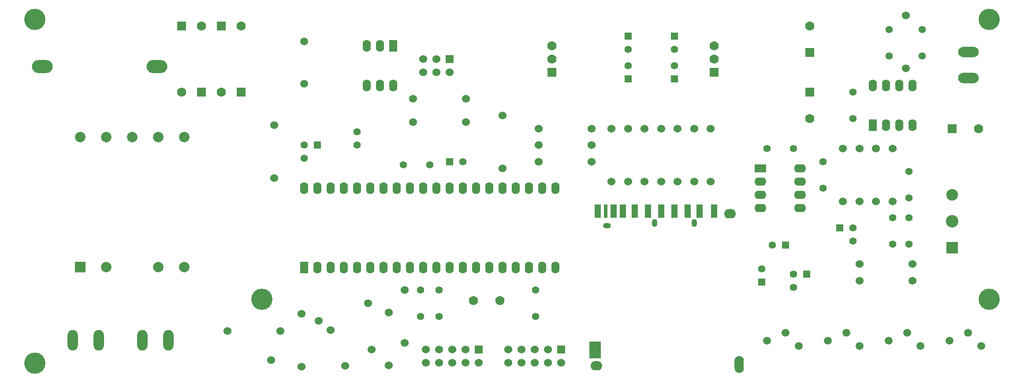
<source format=gbr>
G04 (created by PCBNEW (2013-june-11)-stable) date St 26. únor 2014, 21:47:00 CET*
%MOIN*%
G04 Gerber Fmt 3.4, Leading zero omitted, Abs format*
%FSLAX34Y34*%
G01*
G70*
G90*
G04 APERTURE LIST*
%ADD10C,0.00590551*%
%ADD11R,0.055X0.055*%
%ADD12C,0.055*%
%ADD13C,0.06*%
%ADD14O,0.1575X0.0984*%
%ADD15R,0.09X0.062*%
%ADD16O,0.09X0.062*%
%ADD17R,0.062X0.09*%
%ADD18O,0.062X0.09*%
%ADD19C,0.07*%
%ADD20R,0.07X0.07*%
%ADD21C,0.0943*%
%ADD22R,0.0882X0.0882*%
%ADD23C,0.0882*%
%ADD24C,0.0590551*%
%ADD25R,0.0787402X0.0787402*%
%ADD26C,0.0787402*%
%ADD27R,0.06X0.06*%
%ADD28O,0.156X0.078*%
%ADD29O,0.078X0.156*%
%ADD30R,0.05X0.1*%
%ADD31R,0.03X0.1*%
%ADD32O,0.06X0.04*%
%ADD33O,0.04X0.06*%
%ADD34O,0.09X0.07*%
%ADD35O,0.07X0.13*%
%ADD36R,0.085X0.13*%
%ADD37C,0.16*%
G04 APERTURE END LIST*
G54D10*
G54D11*
X22500Y17750D03*
G54D12*
X21500Y17750D03*
X21500Y16750D03*
G54D11*
X62000Y11500D03*
G54D12*
X63000Y11500D03*
X63000Y10500D03*
G54D13*
X29750Y19500D03*
X33750Y19500D03*
X29100Y2800D03*
X29100Y6800D03*
X21300Y5000D03*
X21300Y1000D03*
X19250Y19250D03*
X19250Y15250D03*
X46000Y15000D03*
X46000Y19000D03*
X43250Y16500D03*
X39250Y16500D03*
X43250Y17750D03*
X39250Y17750D03*
X43250Y19000D03*
X39250Y19000D03*
X51000Y15000D03*
X51000Y19000D03*
X49750Y15000D03*
X49750Y19000D03*
X47250Y15000D03*
X47250Y19000D03*
X44750Y19000D03*
X44750Y15000D03*
X48500Y15000D03*
X48500Y19000D03*
X52250Y19000D03*
X52250Y15000D03*
X67000Y23550D03*
X67000Y27550D03*
X66000Y13500D03*
X66000Y17500D03*
X62250Y13500D03*
X62250Y17500D03*
X63500Y8750D03*
X67500Y8750D03*
X63500Y7500D03*
X67500Y7500D03*
X33750Y21250D03*
X29750Y21250D03*
X63500Y17500D03*
X63500Y13500D03*
X36500Y16000D03*
X36500Y20000D03*
X64750Y13500D03*
X64750Y17500D03*
G54D14*
X10381Y23700D03*
X1719Y23700D03*
G54D15*
X56000Y16000D03*
G54D16*
X56000Y15000D03*
X56000Y14000D03*
X56000Y13000D03*
X59000Y13000D03*
X59000Y14000D03*
X59000Y15000D03*
X59000Y16000D03*
G54D17*
X64500Y19250D03*
G54D18*
X65500Y19250D03*
X66500Y19250D03*
X67500Y19250D03*
X67500Y22250D03*
X66500Y22250D03*
X65500Y22250D03*
X64500Y22250D03*
G54D17*
X21500Y8500D03*
G54D18*
X22500Y8500D03*
X23500Y8500D03*
X24500Y8500D03*
X25500Y8500D03*
X26500Y8500D03*
X27500Y8500D03*
X28500Y8500D03*
X29500Y8500D03*
X30500Y8500D03*
X31500Y8500D03*
X32500Y8500D03*
X33500Y8500D03*
X34500Y8500D03*
X35500Y8500D03*
X36500Y8500D03*
X37500Y8500D03*
X38500Y8500D03*
X39500Y8500D03*
X40500Y8500D03*
X40500Y14500D03*
X39500Y14500D03*
X38500Y14500D03*
X37500Y14500D03*
X36500Y14500D03*
X35500Y14500D03*
X34500Y14500D03*
X33500Y14500D03*
X32500Y14500D03*
X31500Y14500D03*
X30500Y14500D03*
X29500Y14500D03*
X28500Y14500D03*
X27500Y14500D03*
X26500Y14500D03*
X25500Y14500D03*
X24500Y14500D03*
X23500Y14500D03*
X22500Y14500D03*
X21500Y14500D03*
G54D19*
X16750Y26750D03*
G54D20*
X16750Y21750D03*
G54D19*
X15250Y21750D03*
G54D20*
X15250Y26750D03*
G54D19*
X12250Y21750D03*
G54D20*
X12250Y26750D03*
G54D19*
X13750Y26750D03*
G54D20*
X13750Y21750D03*
X59750Y21750D03*
G54D19*
X59750Y19750D03*
G54D20*
X70500Y19000D03*
G54D19*
X72500Y19000D03*
G54D20*
X59750Y24750D03*
G54D19*
X59750Y26750D03*
G54D12*
X66000Y10250D03*
X66000Y12250D03*
X63000Y21750D03*
X63000Y19750D03*
X68250Y24500D03*
X68250Y26500D03*
X67250Y13750D03*
X67250Y15750D03*
X67250Y10250D03*
X67250Y12250D03*
X39000Y6800D03*
X39000Y4800D03*
X31700Y6800D03*
X31700Y4800D03*
X30300Y4800D03*
X30300Y6800D03*
X31000Y16250D03*
X29000Y16250D03*
G54D11*
X57900Y10200D03*
G54D12*
X56900Y10200D03*
G54D11*
X56100Y7400D03*
G54D12*
X56100Y8400D03*
G54D11*
X46000Y22750D03*
G54D12*
X46000Y23750D03*
G54D11*
X46000Y26000D03*
G54D12*
X46000Y25000D03*
X60750Y14500D03*
X60750Y16500D03*
G54D21*
X70500Y12000D03*
G54D22*
X70500Y10000D03*
G54D23*
X70500Y14000D03*
G54D12*
X65750Y24500D03*
X65750Y26500D03*
G54D11*
X59500Y8000D03*
G54D12*
X58500Y8000D03*
X58500Y7000D03*
G54D19*
X36300Y6000D03*
X34300Y6000D03*
G54D11*
X32500Y16500D03*
G54D12*
X33500Y16500D03*
G54D20*
X40250Y23250D03*
G54D19*
X40250Y25250D03*
X40250Y24250D03*
G54D11*
X49500Y22750D03*
G54D12*
X49500Y23750D03*
G54D11*
X49500Y26000D03*
G54D12*
X49500Y25000D03*
G54D20*
X52500Y23250D03*
G54D19*
X52500Y25250D03*
X52500Y24250D03*
G54D24*
X21500Y25600D03*
X21500Y22400D03*
G54D13*
X19700Y3700D03*
X15700Y3700D03*
G54D17*
X28250Y25250D03*
G54D18*
X27250Y25250D03*
X26250Y25250D03*
X26250Y22250D03*
X27250Y22250D03*
X28250Y22250D03*
G54D25*
X4562Y8528D03*
G54D26*
X6531Y8528D03*
X10468Y8528D03*
X12437Y8528D03*
X12437Y18371D03*
X10468Y18371D03*
X8500Y18371D03*
X6531Y18371D03*
X4562Y18371D03*
G54D27*
X32500Y24250D03*
G54D13*
X32500Y23250D03*
X31500Y24250D03*
X31500Y23250D03*
X30500Y24250D03*
X30500Y23250D03*
G54D28*
X71750Y22810D03*
X71750Y24780D03*
G54D29*
X9260Y3000D03*
X11230Y3000D03*
X4010Y3000D03*
X5980Y3000D03*
G54D13*
X27900Y5100D03*
X27900Y1100D03*
G54D27*
X34700Y2300D03*
G54D13*
X34700Y1300D03*
X33700Y2300D03*
X33700Y1300D03*
X32700Y2300D03*
X32700Y1300D03*
X31700Y2300D03*
X31700Y1300D03*
X30700Y2300D03*
X30700Y1300D03*
G54D27*
X40950Y2300D03*
G54D13*
X40950Y1300D03*
X39950Y2300D03*
X39950Y1300D03*
X38950Y2300D03*
X38950Y1300D03*
X37950Y2300D03*
X37950Y1300D03*
X36950Y2300D03*
X36950Y1300D03*
G54D12*
X58500Y17500D03*
X56500Y17500D03*
G54D30*
X52500Y12750D03*
X51400Y12750D03*
X50500Y12750D03*
X49500Y12750D03*
X48500Y12750D03*
X47500Y12750D03*
X46500Y12750D03*
G54D31*
X44300Y12750D03*
G54D30*
X44900Y12750D03*
X43700Y12750D03*
G54D32*
X44400Y11650D03*
G54D33*
X51000Y11850D03*
G54D34*
X53700Y12550D03*
G54D33*
X48000Y11850D03*
G54D34*
X43600Y1050D03*
G54D35*
X54400Y1150D03*
G54D30*
X45600Y12750D03*
G54D36*
X43500Y2250D03*
G54D12*
X25500Y17750D03*
X25500Y18750D03*
G54D13*
X19000Y1500D03*
G54D24*
X57900Y3550D03*
X56500Y2950D03*
X58900Y2550D03*
X62500Y3550D03*
X61100Y2950D03*
X63500Y2550D03*
X67100Y3550D03*
X65700Y2950D03*
X68100Y2550D03*
X71700Y3550D03*
X70300Y2950D03*
X72700Y2550D03*
G54D13*
X24600Y1050D03*
X26600Y2300D03*
X23500Y3750D03*
X22600Y4450D03*
X26350Y5800D03*
G54D37*
X1150Y1250D03*
X1150Y27250D03*
X73300Y27250D03*
X73300Y6100D03*
X18300Y6100D03*
M02*

</source>
